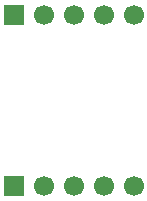
<source format=gbr>
%TF.GenerationSoftware,KiCad,Pcbnew,9.0.2*%
%TF.CreationDate,2025-11-02T17:25:33-06:00*%
%TF.ProjectId,just proximity actually,6a757374-2070-4726-9f78-696d69747920,rev?*%
%TF.SameCoordinates,Original*%
%TF.FileFunction,Soldermask,Bot*%
%TF.FilePolarity,Negative*%
%FSLAX46Y46*%
G04 Gerber Fmt 4.6, Leading zero omitted, Abs format (unit mm)*
G04 Created by KiCad (PCBNEW 9.0.2) date 2025-11-02 17:25:33*
%MOMM*%
%LPD*%
G01*
G04 APERTURE LIST*
%ADD10R,1.700000X1.700000*%
%ADD11C,1.700000*%
G04 APERTURE END LIST*
D10*
%TO.C,J4*%
X116320000Y-102100000D03*
D11*
X118860000Y-102100000D03*
X121400000Y-102100000D03*
X123940000Y-102100000D03*
X126480000Y-102100000D03*
%TD*%
D10*
%TO.C,J4*%
X116320000Y-87600000D03*
D11*
X118860000Y-87600000D03*
X121400000Y-87600000D03*
X123940000Y-87600000D03*
X126480000Y-87600000D03*
%TD*%
M02*

</source>
